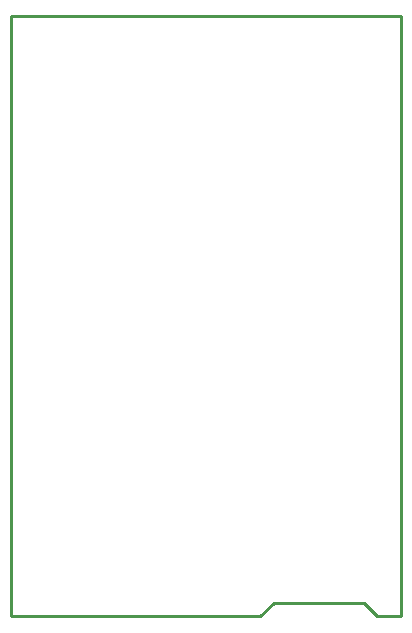
<source format=gbr>
G04 #@! TF.GenerationSoftware,KiCad,Pcbnew,5.1.5-52549c5~84~ubuntu18.04.1*
G04 #@! TF.CreationDate,2020-02-06T13:36:22+02:00*
G04 #@! TF.ProjectId,USB-gLINK_Rev_C,5553422d-674c-4494-9e4b-5f5265765f43,C*
G04 #@! TF.SameCoordinates,Original*
G04 #@! TF.FileFunction,Profile,NP*
%FSLAX46Y46*%
G04 Gerber Fmt 4.6, Leading zero omitted, Abs format (unit mm)*
G04 Created by KiCad (PCBNEW 5.1.5-52549c5~84~ubuntu18.04.1) date 2020-02-06 13:36:22*
%MOMM*%
%LPD*%
G04 APERTURE LIST*
%ADD10C,0.254000*%
G04 APERTURE END LIST*
D10*
X157988000Y-101600000D02*
X160020000Y-101600000D01*
X149225000Y-100457000D02*
X148082000Y-101600000D01*
X156845000Y-100457000D02*
X149225000Y-100457000D01*
X157988000Y-101600000D02*
X156845000Y-100457000D01*
X127000000Y-101600000D02*
X148082000Y-101600000D01*
X127000000Y-50800000D02*
X160020000Y-50800000D01*
X127000000Y-101600000D02*
X127000000Y-50800000D01*
X160020000Y-101600000D02*
X160020000Y-50800000D01*
M02*

</source>
